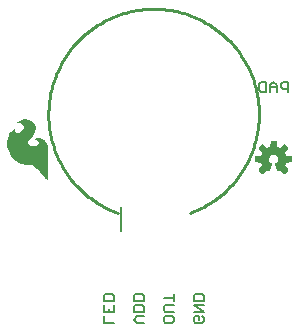
<source format=gbr>
G04 EAGLE Gerber RS-274X export*
G75*
%MOMM*%
%FSLAX34Y34*%
%LPD*%
%INSilkscreen Bottom*%
%IPPOS*%
%AMOC8*
5,1,8,0,0,1.08239X$1,22.5*%
G01*
%ADD10C,0.254000*%
%ADD11C,0.152400*%
%ADD12C,0.127000*%

G36*
X37154Y172510D02*
X37154Y172510D01*
X37241Y172513D01*
X37241Y172514D01*
X37242Y172514D01*
X37317Y172555D01*
X37393Y172596D01*
X37393Y172597D01*
X37394Y172597D01*
X37445Y172669D01*
X37493Y172738D01*
X37493Y172739D01*
X37494Y172746D01*
X37520Y172880D01*
X37520Y198580D01*
X37518Y198589D01*
X37520Y198600D01*
X37420Y200500D01*
X37416Y200512D01*
X37417Y200527D01*
X37217Y202127D01*
X37209Y202151D01*
X37206Y202184D01*
X36806Y203584D01*
X36789Y203614D01*
X36774Y203662D01*
X36174Y204762D01*
X36156Y204782D01*
X36140Y204813D01*
X35440Y205713D01*
X35424Y205727D01*
X35409Y205749D01*
X34609Y206549D01*
X34582Y206565D01*
X34551Y206596D01*
X33651Y207196D01*
X33620Y207208D01*
X33581Y207233D01*
X32581Y207633D01*
X32562Y207636D01*
X32540Y207647D01*
X31440Y207947D01*
X31428Y207947D01*
X31415Y207953D01*
X30415Y208153D01*
X30383Y208152D01*
X30340Y208160D01*
X28540Y208160D01*
X28517Y208155D01*
X28486Y208156D01*
X27786Y208056D01*
X27753Y208043D01*
X27699Y208033D01*
X27209Y207837D01*
X26978Y207760D01*
X26940Y207760D01*
X26915Y207754D01*
X26889Y207757D01*
X26832Y207735D01*
X26771Y207721D01*
X26751Y207704D01*
X26727Y207695D01*
X26685Y207650D01*
X26638Y207611D01*
X26627Y207587D01*
X26610Y207568D01*
X26592Y207509D01*
X26567Y207452D01*
X26568Y207427D01*
X26560Y207402D01*
X26571Y207341D01*
X26573Y207279D01*
X26586Y207257D01*
X26590Y207231D01*
X26638Y207160D01*
X26656Y207127D01*
X26664Y207121D01*
X26671Y207111D01*
X26771Y207011D01*
X26803Y206991D01*
X26870Y206940D01*
X27470Y206640D01*
X27484Y206637D01*
X27499Y206627D01*
X27952Y206446D01*
X28307Y206180D01*
X28786Y205796D01*
X29152Y205430D01*
X29399Y205101D01*
X29560Y204618D01*
X29560Y204033D01*
X29384Y203418D01*
X29128Y202905D01*
X28582Y202359D01*
X27949Y201817D01*
X27129Y201544D01*
X26089Y201260D01*
X24593Y201260D01*
X23302Y201629D01*
X22191Y202370D01*
X21379Y203272D01*
X21020Y204437D01*
X21020Y205696D01*
X21662Y207071D01*
X22918Y208521D01*
X24609Y210211D01*
X24621Y210230D01*
X24642Y210249D01*
X24677Y210294D01*
X25942Y211949D01*
X25955Y211977D01*
X25980Y212010D01*
X26880Y213810D01*
X26887Y213838D01*
X26905Y213873D01*
X27405Y215573D01*
X27407Y215612D01*
X27420Y215680D01*
X27420Y217380D01*
X27412Y217414D01*
X27408Y217446D01*
X27407Y217470D01*
X27403Y217477D01*
X27399Y217507D01*
X26799Y219207D01*
X26778Y219239D01*
X26753Y219295D01*
X25653Y220895D01*
X25625Y220922D01*
X25582Y220974D01*
X23882Y222374D01*
X23853Y222388D01*
X23816Y222417D01*
X21516Y223617D01*
X21479Y223626D01*
X21424Y223651D01*
X19224Y224151D01*
X19186Y224151D01*
X19121Y224160D01*
X17121Y224060D01*
X17088Y224050D01*
X17038Y224046D01*
X15238Y223546D01*
X15222Y223538D01*
X15199Y223533D01*
X13699Y222933D01*
X13679Y222919D01*
X13648Y222908D01*
X12448Y222208D01*
X12437Y222198D01*
X12419Y222189D01*
X11723Y221693D01*
X11429Y221496D01*
X11386Y221451D01*
X11338Y221411D01*
X11328Y221388D01*
X11311Y221370D01*
X11292Y221310D01*
X11267Y221252D01*
X11268Y221228D01*
X11261Y221204D01*
X11271Y221142D01*
X11273Y221079D01*
X11285Y221058D01*
X11289Y221033D01*
X11326Y220982D01*
X11356Y220927D01*
X11376Y220913D01*
X11391Y220893D01*
X11446Y220864D01*
X11498Y220827D01*
X11525Y220822D01*
X11544Y220812D01*
X11581Y220811D01*
X11640Y220800D01*
X11740Y220800D01*
X11776Y220808D01*
X11832Y220811D01*
X12187Y220900D01*
X13419Y220900D01*
X14273Y220805D01*
X15007Y220621D01*
X15726Y220262D01*
X16464Y219616D01*
X16818Y219174D01*
X17093Y218624D01*
X17272Y218177D01*
X17355Y217680D01*
X17269Y217164D01*
X17091Y216542D01*
X16724Y215991D01*
X16722Y215986D01*
X16718Y215982D01*
X16241Y215218D01*
X15782Y214759D01*
X15105Y214180D01*
X14419Y213689D01*
X13743Y213207D01*
X13624Y213147D01*
X13002Y212836D01*
X11687Y212460D01*
X11118Y212460D01*
X10557Y212701D01*
X10142Y213116D01*
X9903Y213514D01*
X9815Y214043D01*
X9727Y214574D01*
X9813Y215005D01*
X9813Y215014D01*
X9813Y215015D01*
X9812Y215039D01*
X9820Y215080D01*
X9820Y215680D01*
X9804Y215748D01*
X9795Y215816D01*
X9785Y215831D01*
X9781Y215849D01*
X9737Y215902D01*
X9698Y215960D01*
X9682Y215969D01*
X9671Y215982D01*
X9607Y216011D01*
X9547Y216045D01*
X9529Y216046D01*
X9512Y216053D01*
X9443Y216051D01*
X9374Y216054D01*
X9355Y216047D01*
X9339Y216047D01*
X9305Y216028D01*
X9238Y216002D01*
X7638Y215002D01*
X7614Y214978D01*
X7571Y214949D01*
X5871Y213249D01*
X5850Y213216D01*
X5806Y213161D01*
X4506Y210761D01*
X4499Y210737D01*
X4482Y210708D01*
X3482Y207908D01*
X3478Y207877D01*
X3464Y207837D01*
X2964Y204537D01*
X2967Y204504D01*
X2960Y204458D01*
X3160Y200958D01*
X3170Y200926D01*
X3174Y200878D01*
X4174Y197278D01*
X4189Y197250D01*
X4202Y197206D01*
X6102Y193506D01*
X6121Y193484D01*
X6140Y193447D01*
X7540Y191647D01*
X7545Y191643D01*
X7546Y191640D01*
X7553Y191635D01*
X7563Y191620D01*
X9063Y190020D01*
X9085Y190005D01*
X9109Y189978D01*
X10809Y188678D01*
X10823Y188672D01*
X10837Y188659D01*
X12737Y187459D01*
X12759Y187451D01*
X12784Y187433D01*
X14784Y186533D01*
X14809Y186528D01*
X14840Y186513D01*
X17040Y185913D01*
X17063Y185912D01*
X17093Y185903D01*
X19493Y185603D01*
X19514Y185605D01*
X19540Y185600D01*
X23389Y185600D01*
X24411Y185321D01*
X25451Y184848D01*
X26403Y184182D01*
X27378Y183304D01*
X28460Y182222D01*
X29550Y180934D01*
X29556Y180930D01*
X29561Y180921D01*
X30861Y179521D01*
X32060Y178223D01*
X33154Y177030D01*
X34148Y175837D01*
X34153Y175833D01*
X34157Y175826D01*
X35048Y174836D01*
X35740Y173947D01*
X35746Y173941D01*
X35751Y173933D01*
X36351Y173233D01*
X36362Y173225D01*
X36371Y173211D01*
X36728Y172855D01*
X36799Y172711D01*
X36800Y172710D01*
X36852Y172647D01*
X36909Y172578D01*
X36910Y172577D01*
X36911Y172577D01*
X36986Y172543D01*
X37068Y172507D01*
X37069Y172506D01*
X37154Y172510D01*
G37*
G36*
X237920Y177946D02*
X237920Y177946D01*
X238028Y177956D01*
X238041Y177962D01*
X238055Y177964D01*
X238152Y178012D01*
X238251Y178057D01*
X238264Y178068D01*
X238273Y178072D01*
X238288Y178088D01*
X238365Y178150D01*
X240950Y180735D01*
X241013Y180824D01*
X241079Y180909D01*
X241084Y180922D01*
X241092Y180934D01*
X241123Y181037D01*
X241159Y181140D01*
X241159Y181154D01*
X241163Y181167D01*
X241159Y181275D01*
X241160Y181384D01*
X241155Y181397D01*
X241155Y181411D01*
X241117Y181513D01*
X241082Y181615D01*
X241073Y181630D01*
X241069Y181639D01*
X241055Y181656D01*
X241001Y181738D01*
X238237Y185128D01*
X238794Y186210D01*
X238800Y186230D01*
X238842Y186325D01*
X239213Y187484D01*
X243564Y187927D01*
X243668Y187955D01*
X243774Y187980D01*
X243786Y187987D01*
X243799Y187990D01*
X243889Y188051D01*
X243982Y188108D01*
X243990Y188119D01*
X244002Y188127D01*
X244068Y188213D01*
X244137Y188297D01*
X244141Y188310D01*
X244150Y188321D01*
X244184Y188424D01*
X244223Y188525D01*
X244224Y188543D01*
X244228Y188552D01*
X244228Y188574D01*
X244237Y188672D01*
X244237Y192328D01*
X244220Y192435D01*
X244206Y192543D01*
X244200Y192555D01*
X244198Y192569D01*
X244146Y192665D01*
X244099Y192762D01*
X244089Y192772D01*
X244083Y192784D01*
X244003Y192858D01*
X243927Y192935D01*
X243915Y192941D01*
X243905Y192951D01*
X243806Y192996D01*
X243709Y193044D01*
X243691Y193048D01*
X243682Y193052D01*
X243661Y193054D01*
X243564Y193073D01*
X239213Y193516D01*
X238842Y194675D01*
X238833Y194693D01*
X238831Y194700D01*
X238827Y194707D01*
X238794Y194790D01*
X238237Y195872D01*
X241001Y199262D01*
X241055Y199356D01*
X241112Y199448D01*
X241115Y199461D01*
X241122Y199473D01*
X241143Y199580D01*
X241168Y199685D01*
X241166Y199699D01*
X241169Y199713D01*
X241154Y199820D01*
X241144Y199928D01*
X241138Y199941D01*
X241136Y199955D01*
X241088Y200052D01*
X241043Y200151D01*
X241032Y200164D01*
X241028Y200173D01*
X241012Y200188D01*
X240950Y200265D01*
X238365Y202850D01*
X238276Y202913D01*
X238191Y202979D01*
X238178Y202984D01*
X238166Y202992D01*
X238063Y203023D01*
X237960Y203059D01*
X237946Y203059D01*
X237933Y203063D01*
X237825Y203059D01*
X237716Y203060D01*
X237703Y203055D01*
X237689Y203055D01*
X237587Y203017D01*
X237485Y202982D01*
X237470Y202973D01*
X237461Y202969D01*
X237444Y202955D01*
X237362Y202901D01*
X233972Y200137D01*
X232890Y200694D01*
X232870Y200700D01*
X232775Y200742D01*
X231616Y201113D01*
X231173Y205464D01*
X231145Y205568D01*
X231120Y205674D01*
X231113Y205686D01*
X231110Y205699D01*
X231049Y205789D01*
X230992Y205882D01*
X230981Y205890D01*
X230973Y205902D01*
X230887Y205968D01*
X230803Y206037D01*
X230790Y206041D01*
X230779Y206050D01*
X230676Y206084D01*
X230575Y206123D01*
X230557Y206124D01*
X230548Y206128D01*
X230526Y206128D01*
X230428Y206137D01*
X226772Y206137D01*
X226665Y206120D01*
X226557Y206106D01*
X226545Y206100D01*
X226531Y206098D01*
X226435Y206046D01*
X226338Y205999D01*
X226328Y205989D01*
X226316Y205983D01*
X226242Y205903D01*
X226165Y205827D01*
X226159Y205815D01*
X226149Y205805D01*
X226104Y205706D01*
X226056Y205609D01*
X226052Y205591D01*
X226048Y205582D01*
X226046Y205561D01*
X226027Y205464D01*
X225584Y201113D01*
X224425Y200742D01*
X224407Y200732D01*
X224310Y200694D01*
X223228Y200137D01*
X219838Y202901D01*
X219744Y202955D01*
X219652Y203012D01*
X219639Y203015D01*
X219627Y203022D01*
X219520Y203043D01*
X219415Y203068D01*
X219401Y203066D01*
X219387Y203069D01*
X219280Y203054D01*
X219172Y203044D01*
X219159Y203038D01*
X219146Y203036D01*
X219048Y202988D01*
X218949Y202943D01*
X218936Y202932D01*
X218927Y202928D01*
X218912Y202912D01*
X218835Y202850D01*
X216250Y200265D01*
X216187Y200176D01*
X216121Y200091D01*
X216116Y200078D01*
X216108Y200066D01*
X216077Y199963D01*
X216041Y199860D01*
X216041Y199846D01*
X216037Y199833D01*
X216041Y199725D01*
X216040Y199616D01*
X216045Y199603D01*
X216045Y199589D01*
X216083Y199487D01*
X216118Y199385D01*
X216127Y199370D01*
X216131Y199361D01*
X216145Y199344D01*
X216199Y199262D01*
X218963Y195872D01*
X218406Y194790D01*
X218400Y194770D01*
X218358Y194675D01*
X217987Y193516D01*
X213636Y193073D01*
X213532Y193045D01*
X213426Y193020D01*
X213414Y193013D01*
X213401Y193010D01*
X213311Y192949D01*
X213218Y192892D01*
X213210Y192881D01*
X213198Y192873D01*
X213132Y192787D01*
X213064Y192703D01*
X213059Y192690D01*
X213050Y192679D01*
X213016Y192576D01*
X212977Y192475D01*
X212976Y192457D01*
X212972Y192448D01*
X212973Y192426D01*
X212963Y192328D01*
X212963Y188672D01*
X212980Y188565D01*
X212994Y188457D01*
X213000Y188445D01*
X213002Y188431D01*
X213054Y188335D01*
X213101Y188238D01*
X213111Y188228D01*
X213117Y188216D01*
X213197Y188142D01*
X213273Y188065D01*
X213285Y188059D01*
X213296Y188049D01*
X213394Y188004D01*
X213491Y187956D01*
X213509Y187952D01*
X213518Y187948D01*
X213539Y187946D01*
X213636Y187927D01*
X217987Y187484D01*
X218358Y186325D01*
X218368Y186307D01*
X218406Y186210D01*
X218963Y185128D01*
X216199Y181738D01*
X216145Y181644D01*
X216088Y181552D01*
X216085Y181539D01*
X216078Y181527D01*
X216057Y181420D01*
X216032Y181315D01*
X216034Y181301D01*
X216031Y181287D01*
X216046Y181180D01*
X216056Y181072D01*
X216062Y181059D01*
X216064Y181046D01*
X216112Y180948D01*
X216157Y180849D01*
X216168Y180836D01*
X216172Y180827D01*
X216188Y180812D01*
X216250Y180735D01*
X218835Y178150D01*
X218924Y178087D01*
X219009Y178021D01*
X219022Y178016D01*
X219034Y178008D01*
X219137Y177977D01*
X219240Y177941D01*
X219254Y177941D01*
X219267Y177937D01*
X219375Y177941D01*
X219484Y177940D01*
X219497Y177945D01*
X219511Y177945D01*
X219613Y177983D01*
X219715Y178018D01*
X219730Y178027D01*
X219739Y178031D01*
X219756Y178045D01*
X219838Y178099D01*
X223228Y180863D01*
X224310Y180306D01*
X224363Y180289D01*
X224412Y180263D01*
X224478Y180252D01*
X224542Y180231D01*
X224598Y180232D01*
X224652Y180223D01*
X224719Y180234D01*
X224786Y180235D01*
X224838Y180253D01*
X224893Y180262D01*
X224953Y180294D01*
X225016Y180317D01*
X225059Y180351D01*
X225109Y180377D01*
X225155Y180426D01*
X225207Y180468D01*
X225238Y180515D01*
X225276Y180555D01*
X225332Y180660D01*
X225340Y180673D01*
X225341Y180678D01*
X225345Y180685D01*
X227498Y185882D01*
X227518Y185965D01*
X227523Y185978D01*
X227525Y185994D01*
X227550Y186079D01*
X227549Y186100D01*
X227554Y186120D01*
X227546Y186202D01*
X227547Y186221D01*
X227543Y186241D01*
X227539Y186322D01*
X227532Y186342D01*
X227530Y186363D01*
X227498Y186432D01*
X227492Y186459D01*
X227477Y186483D01*
X227451Y186550D01*
X227438Y186566D01*
X227429Y186585D01*
X227384Y186634D01*
X227364Y186666D01*
X227333Y186691D01*
X227295Y186737D01*
X227272Y186753D01*
X227262Y186763D01*
X227241Y186775D01*
X227176Y186820D01*
X227175Y186821D01*
X227174Y186822D01*
X226275Y187328D01*
X225588Y187972D01*
X225073Y188760D01*
X224761Y189648D01*
X224669Y190585D01*
X224802Y191517D01*
X225153Y192391D01*
X225702Y193156D01*
X226416Y193769D01*
X227256Y194194D01*
X228173Y194408D01*
X229114Y194398D01*
X230026Y194164D01*
X230856Y193721D01*
X231557Y193092D01*
X232089Y192315D01*
X232420Y191434D01*
X232533Y190499D01*
X232425Y189582D01*
X232105Y188714D01*
X231591Y187945D01*
X230912Y187318D01*
X230028Y186823D01*
X229986Y186790D01*
X229944Y186767D01*
X229913Y186734D01*
X229865Y186699D01*
X229853Y186683D01*
X229837Y186670D01*
X229802Y186615D01*
X229777Y186589D01*
X229764Y186559D01*
X229722Y186501D01*
X229716Y186482D01*
X229706Y186465D01*
X229687Y186390D01*
X229677Y186367D01*
X229674Y186343D01*
X229651Y186268D01*
X229652Y186248D01*
X229647Y186228D01*
X229654Y186142D01*
X229653Y186124D01*
X229656Y186108D01*
X229659Y186024D01*
X229667Y185999D01*
X229668Y185985D01*
X229678Y185963D01*
X229702Y185882D01*
X230631Y183639D01*
X230631Y183638D01*
X231562Y181391D01*
X231563Y181391D01*
X231855Y180685D01*
X231884Y180638D01*
X231905Y180586D01*
X231948Y180535D01*
X231984Y180478D01*
X232027Y180443D01*
X232063Y180400D01*
X232120Y180366D01*
X232172Y180323D01*
X232224Y180304D01*
X232272Y180275D01*
X232338Y180261D01*
X232401Y180237D01*
X232456Y180235D01*
X232510Y180224D01*
X232577Y180231D01*
X232644Y180229D01*
X232698Y180245D01*
X232753Y180252D01*
X232864Y180296D01*
X232878Y180300D01*
X232882Y180303D01*
X232890Y180306D01*
X233972Y180863D01*
X237362Y178099D01*
X237456Y178045D01*
X237548Y177988D01*
X237561Y177985D01*
X237573Y177978D01*
X237680Y177957D01*
X237785Y177932D01*
X237799Y177934D01*
X237813Y177931D01*
X237920Y177946D01*
G37*
D10*
X157480Y144779D02*
X159522Y145551D01*
X161545Y146373D01*
X163546Y147243D01*
X165526Y148163D01*
X167483Y149131D01*
X169415Y150146D01*
X171322Y151208D01*
X173203Y152317D01*
X175056Y153472D01*
X176879Y154671D01*
X178673Y155915D01*
X180436Y157203D01*
X182167Y158533D01*
X183865Y159905D01*
X185528Y161319D01*
X187157Y162772D01*
X188749Y164265D01*
X190305Y165797D01*
X191822Y167367D01*
X193301Y168973D01*
X194739Y170614D01*
X196137Y172291D01*
X197494Y174001D01*
X198808Y175744D01*
X200079Y177519D01*
X201307Y179324D01*
X202489Y181159D01*
X203627Y183022D01*
X204718Y184913D01*
X205763Y186829D01*
X206761Y188771D01*
X207711Y190736D01*
X208612Y192725D01*
X209464Y194734D01*
X210267Y196764D01*
X211020Y198813D01*
X211722Y200880D01*
X212374Y202964D01*
X212975Y205062D01*
X213523Y207175D01*
X214020Y209301D01*
X214465Y211438D01*
X214857Y213586D01*
X215197Y215742D01*
X215483Y217906D01*
X215717Y220076D01*
X215897Y222252D01*
X216024Y224431D01*
X216098Y226613D01*
X216118Y228796D01*
X216084Y230979D01*
X215997Y233160D01*
X215857Y235338D01*
X215663Y237513D01*
X215417Y239682D01*
X215117Y241844D01*
X214764Y243998D01*
X214359Y246143D01*
X213901Y248278D01*
X213391Y250400D01*
X212829Y252510D01*
X212216Y254605D01*
X211552Y256684D01*
X210836Y258747D01*
X210071Y260791D01*
X209256Y262816D01*
X208391Y264820D01*
X207478Y266803D01*
X206516Y268763D01*
X205506Y270698D01*
X204450Y272609D01*
X203347Y274492D01*
X202198Y276349D01*
X201004Y278176D01*
X199766Y279974D01*
X198484Y281741D01*
X197159Y283475D01*
X195792Y285177D01*
X194383Y286845D01*
X192935Y288478D01*
X191446Y290075D01*
X189919Y291635D01*
X188355Y293158D01*
X186753Y294641D01*
X185116Y296085D01*
X183444Y297488D01*
X181737Y298850D01*
X179998Y300169D01*
X178228Y301446D01*
X176426Y302679D01*
X174595Y303867D01*
X172735Y305010D01*
X170848Y306108D01*
X168935Y307158D01*
X166996Y308162D01*
X165033Y309118D01*
X163048Y310025D01*
X161041Y310883D01*
X159013Y311692D01*
X156967Y312452D01*
X154902Y313160D01*
X152821Y313818D01*
X150724Y314425D01*
X148613Y314981D01*
X146488Y315484D01*
X144353Y315935D01*
X142206Y316334D01*
X140051Y316680D01*
X137888Y316973D01*
X135718Y317214D01*
X133543Y317400D01*
X131364Y317534D01*
X129183Y317614D01*
X127000Y317641D01*
X124817Y317614D01*
X122636Y317534D01*
X120457Y317400D01*
X118282Y317214D01*
X116112Y316973D01*
X113949Y316680D01*
X111794Y316334D01*
X109647Y315935D01*
X107512Y315484D01*
X105387Y314981D01*
X103276Y314425D01*
X101179Y313818D01*
X99098Y313160D01*
X97033Y312452D01*
X94987Y311692D01*
X92959Y310883D01*
X90952Y310025D01*
X88967Y309118D01*
X87004Y308162D01*
X85065Y307158D01*
X83152Y306108D01*
X81265Y305010D01*
X79405Y303867D01*
X77574Y302679D01*
X75772Y301446D01*
X74002Y300169D01*
X72263Y298850D01*
X70556Y297488D01*
X68884Y296085D01*
X67247Y294641D01*
X65645Y293158D01*
X64081Y291635D01*
X62554Y290075D01*
X61065Y288478D01*
X59617Y286845D01*
X58208Y285177D01*
X56841Y283475D01*
X55516Y281741D01*
X54234Y279974D01*
X52996Y278176D01*
X51802Y276349D01*
X50653Y274492D01*
X49550Y272609D01*
X48494Y270698D01*
X47484Y268763D01*
X46522Y266803D01*
X45609Y264820D01*
X44744Y262816D01*
X43929Y260791D01*
X43164Y258747D01*
X42448Y256684D01*
X41784Y254605D01*
X41171Y252510D01*
X40609Y250400D01*
X40099Y248278D01*
X39641Y246143D01*
X39236Y243998D01*
X38883Y241844D01*
X38583Y239682D01*
X38337Y237513D01*
X38143Y235338D01*
X38003Y233160D01*
X37916Y230979D01*
X37882Y228796D01*
X37902Y226613D01*
X37976Y224431D01*
X38103Y222252D01*
X38283Y220076D01*
X38517Y217906D01*
X38803Y215742D01*
X39143Y213586D01*
X39535Y211438D01*
X39980Y209301D01*
X40477Y207175D01*
X41025Y205062D01*
X41626Y202964D01*
X42278Y200880D01*
X42980Y198813D01*
X43733Y196764D01*
X44536Y194734D01*
X45388Y192725D01*
X46289Y190736D01*
X47239Y188771D01*
X48237Y186829D01*
X49282Y184913D01*
X50373Y183022D01*
X51511Y181159D01*
X52693Y179324D01*
X53921Y177519D01*
X55192Y175744D01*
X56506Y174001D01*
X57863Y172291D01*
X59261Y170614D01*
X60699Y168973D01*
X62178Y167367D01*
X63695Y165797D01*
X65251Y164265D01*
X66843Y162772D01*
X68472Y161319D01*
X70135Y159905D01*
X71833Y158533D01*
X73564Y157203D01*
X75327Y155915D01*
X77121Y154671D01*
X78944Y153472D01*
X80797Y152317D01*
X82678Y151208D01*
X84585Y150146D01*
X86517Y149131D01*
X88474Y148163D01*
X90454Y147243D01*
X92455Y146373D01*
X94478Y145551D01*
X96520Y144779D01*
D11*
X93225Y51562D02*
X84582Y51562D01*
X84582Y57324D01*
X93225Y60917D02*
X93225Y66679D01*
X93225Y60917D02*
X84582Y60917D01*
X84582Y66679D01*
X88904Y63798D02*
X88904Y60917D01*
X93225Y70272D02*
X84582Y70272D01*
X84582Y74594D01*
X86023Y76035D01*
X91785Y76035D01*
X93225Y74594D01*
X93225Y70272D01*
X112863Y51562D02*
X118625Y51562D01*
X112863Y51562D02*
X109982Y54443D01*
X112863Y57324D01*
X118625Y57324D01*
X118625Y60917D02*
X109982Y60917D01*
X109982Y65239D01*
X111423Y66679D01*
X117185Y66679D01*
X118625Y65239D01*
X118625Y60917D01*
X118625Y70272D02*
X109982Y70272D01*
X109982Y74594D01*
X111423Y76035D01*
X117185Y76035D01*
X118625Y74594D01*
X118625Y70272D01*
X144025Y55884D02*
X144025Y53003D01*
X142585Y51562D01*
X136823Y51562D01*
X135382Y53003D01*
X135382Y55884D01*
X136823Y57324D01*
X142585Y57324D01*
X144025Y55884D01*
X144025Y60917D02*
X136823Y60917D01*
X135382Y62358D01*
X135382Y65239D01*
X136823Y66679D01*
X144025Y66679D01*
X144025Y73154D02*
X135382Y73154D01*
X144025Y70272D02*
X144025Y76035D01*
X167985Y57324D02*
X169425Y55884D01*
X169425Y53003D01*
X167985Y51562D01*
X162223Y51562D01*
X160782Y53003D01*
X160782Y55884D01*
X162223Y57324D01*
X165104Y57324D01*
X165104Y54443D01*
X169425Y60917D02*
X160782Y60917D01*
X160782Y66679D02*
X169425Y60917D01*
X169425Y66679D02*
X160782Y66679D01*
X160782Y70272D02*
X169425Y70272D01*
X160782Y70272D02*
X160782Y74594D01*
X162223Y76035D01*
X167985Y76035D01*
X169425Y74594D01*
X169425Y70272D01*
X240664Y247142D02*
X240664Y255785D01*
X236342Y255785D01*
X234901Y254345D01*
X234901Y251464D01*
X236342Y250023D01*
X240664Y250023D01*
X231308Y247142D02*
X231308Y252904D01*
X228427Y255785D01*
X225546Y252904D01*
X225546Y247142D01*
X225546Y251464D02*
X231308Y251464D01*
X221953Y255785D02*
X221953Y247142D01*
X217632Y247142D01*
X216191Y248583D01*
X216191Y254345D01*
X217632Y255785D01*
X221953Y255785D01*
D12*
X99314Y149860D02*
X99314Y129540D01*
M02*

</source>
